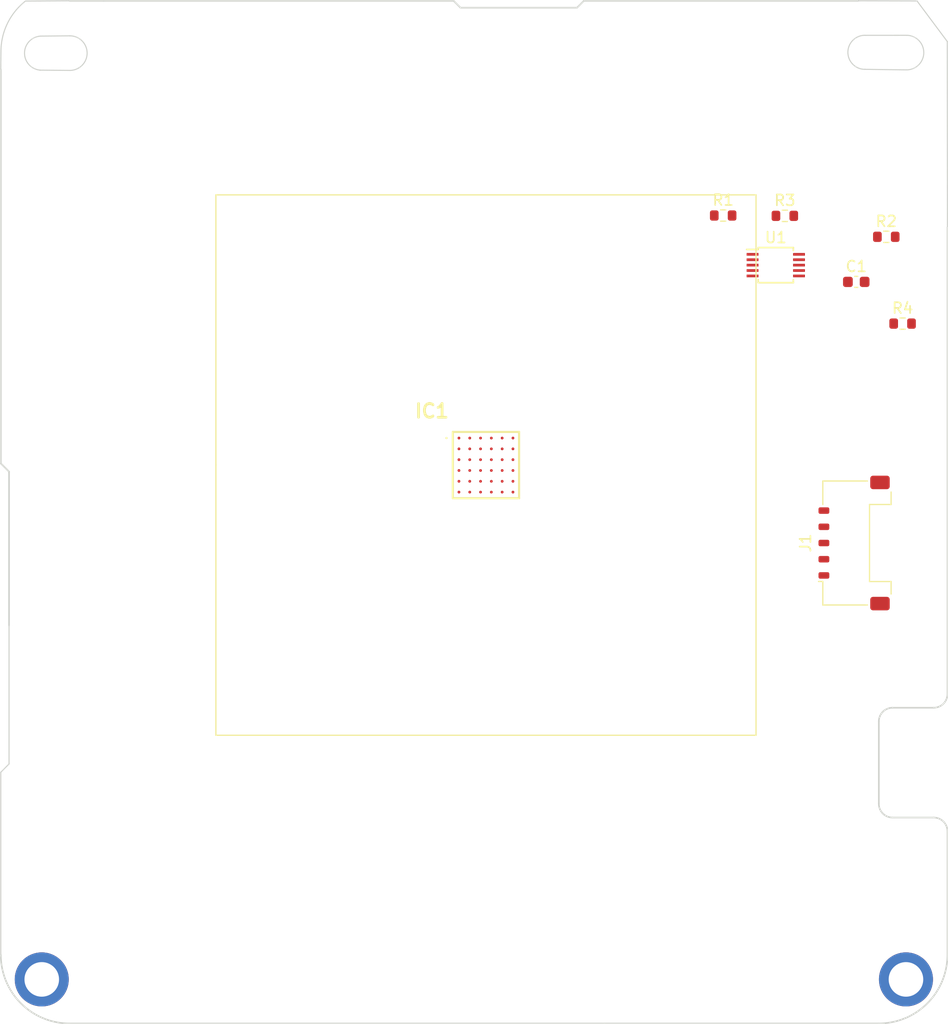
<source format=kicad_pcb>
(kicad_pcb (version 20211014) (generator pcbnew)
  (layers (0 "F.Cu" signal) (31 "B.Cu" signal) (34 "B.Paste" user) (35 "F.Paste" user) (36 "B.SilkS" user "B.Silkscreen") (37 "F.SilkS" user "F.Silkscreen") (38 "B.Mask" user) (39 "F.Mask" user) (44 "Edge.Cuts" user))
  (net 0 "")
  (net 1 "VDDA")
  (net 2 "GND")
  (net 3 "VCC")
  (net 4 "Net-(J1-Pad2)")
  (net 5 "Net-(J1-Pad3)")
  (net 6 "Net-(J1-Pad4)")
  (net 7 "Net-(R2-Pad1)")
  (net 8 "GNDA")
  (footprint "Resistor_SMD:R_0603_1608Metric" (layer "F.Cu") (at 101.59 68.36)
    (fp_text reference "R2" (at 0 -1.43) (layer "F.SilkS"))
    (fp_text value "10K")
    (fp_line (start -0.237258 -0.5225) (end 0.237258 -0.5225) (layer "F.SilkS") (width 0.12))
    (fp_line (start -0.237258 0.5225) (end 0.237258 0.5225) (layer "F.SilkS") (width 0.12))
    (pad "1" smd roundrect (at -0.825 0) (size 0.8 0.95) (layers "F.Cu" "F.Paste" "F.Mask") (net 7 "Net-(R2-Pad1)"))
    (pad "2" smd roundrect (at 0.825 0) (size 0.8 0.95) (layers "F.Cu" "F.Paste" "F.Mask") (net 2 "GND"))
  )
  (footprint "Resistor_SMD:R_0603_1608Metric" (layer "F.Cu") (at 92.2 66.42)
    (fp_text reference "R3" (at 0 -1.43) (layer "F.SilkS"))
    (fp_text value "10K")
    (fp_line (start -0.237258 0.5225) (end 0.237258 0.5225) (layer "F.SilkS") (width 0.12))
    (fp_line (start -0.237258 -0.5225) (end 0.237258 -0.5225) (layer "F.SilkS") (width 0.12))
    (pad "1" smd roundrect (at -0.825 0) (size 0.8 0.95) (layers "F.Cu" "F.Paste" "F.Mask") (net 3 "VCC"))
    (pad "2" smd roundrect (at 0.825 0) (size 0.8 0.95) (layers "F.Cu" "F.Paste" "F.Mask") (net 5 "Net-(J1-Pad3)"))
  )
  (footprint "" (layer "F.Cu") (at 103.41 137.065)
    (fp_text reference "" (at 0 0) (layer "F.SilkS") (effects (font (size 1.27 1.27))))
    (fp_text value "" (at 0 0) (layer "F.SilkS") (effects (font (size 1.27 1.27))))
    (pad "1" thru_hole circle locked (at 0 0) (size 5 5) (drill 3.2) (layers *.Cu *.Mask) (net 2 "GND"))
  )
  (footprint "Resistor_SMD:R_0603_1608Metric" (layer "F.Cu") (at 103.1 76.39)
    (fp_text reference "R4" (at 0 -1.43) (layer "F.SilkS"))
    (fp_text value "10K")
    (fp_line (start -0.237258 -0.5225) (end 0.237258 -0.5225) (layer "F.SilkS") (width 0.12))
    (fp_line (start -0.237258 0.5225) (end 0.237258 0.5225) (layer "F.SilkS") (width 0.12))
    (pad "1" smd roundrect (at -0.825 0) (size 0.8 0.95) (layers "F.Cu" "F.Paste" "F.Mask") (net 3 "VCC"))
    (pad "2" smd roundrect (at 0.825 0) (size 0.8 0.95) (layers "F.Cu" "F.Paste" "F.Mask") (net 6 "Net-(J1-Pad4)"))
  )
  (footprint "Connector_Molex:Molex_Pico-Lock_504050-0591_1x05-1MP_P1.50mm_Horizontal" (layer "F.Cu") (at 98.61 96.69 90)
    (fp_text reference "J1" (at 0 -4.5 90) (layer "F.SilkS"))
    (fp_text value "Conn_01x05_Female")
    (fp_line (start -5.735 -2.895) (end -3.56 -2.895) (layer "F.SilkS") (width 0.12))
    (fp_line (start -4.72 3.425) (end -3.565 3.425) (layer "F.SilkS") (width 0.12))
    (fp_line (start -5.735 1.235) (end -5.735 -2.895) (layer "F.SilkS") (width 0.12))
    (fp_line (start 3.565 1.425) (end 3.565 3.425) (layer "F.SilkS") (width 0.12))
    (fp_line (start -3.565 1.425) (end 3.565 1.425) (layer "F.SilkS") (width 0.12))
    (fp_line (start 5.735 -2.895) (end 3.56 -2.895) (layer "F.SilkS") (width 0.12))
    (fp_line (start 5.735 1.235) (end 5.735 -2.895) (layer "F.SilkS") (width 0.12))
    (fp_line (start -3.56 -2.895) (end -3.56 -3.295) (layer "F.SilkS") (width 0.12))
    (fp_line (start -3.565 3.425) (end -3.565 1.425) (layer "F.SilkS") (width 0.12))
    (fp_line (start 3.565 3.425) (end 4.72 3.425) (layer "F.SilkS") (width 0.12))
    (pad "1" smd roundrect (at -3 -2.795 90) (size 0.6 1) (layers "F.Cu" "F.Paste" "F.Mask") (net 3 "VCC"))
    (pad "2" smd roundrect (at -1.5 -2.795 90) (size 0.6 1) (layers "F.Cu" "F.Paste" "F.Mask") (net 4 "Net-(J1-Pad2)"))
    (pad "3" smd roundrect (at 0 -2.795 90) (size 0.6 1) (layers "F.Cu" "F.Paste" "F.Mask") (net 5 "Net-(J1-Pad3)"))
    (pad "4" smd roundrect (at 1.5 -2.795 90) (size 0.6 1) (layers "F.Cu" "F.Paste" "F.Mask") (net 6 "Net-(J1-Pad4)"))
    (pad "5" smd roundrect (at 3 -2.795 90) (size 0.6 1) (layers "F.Cu" "F.Paste" "F.Mask") (net 2 "GND"))
    (pad "MP" smd roundrect (at 5.605 2.395 90) (size 1.25 1.8) (layers "F.Cu" "F.Paste" "F.Mask") (roundrect_rratio 0.2))
    (pad "MP" smd roundrect (at -5.605 2.395 90) (size 1.25 1.8) (layers "F.Cu" "F.Paste" "F.Mask") (roundrect_rratio 0.2))
  )
  (footprint "" (layer "F.Cu") (at 23.41 137.065)
    (fp_text reference "" (at 0 0) (layer "F.SilkS") (effects (font (size 1.27 1.27))))
    (fp_text value "" (at 0 0) (layer "F.SilkS") (effects (font (size 1.27 1.27))))
    (pad "1" thru_hole circle locked (at 0 0) (size 5 5) (drill 3.2) (layers *.Cu *.Mask) (net 2 "GND"))
  )
  (footprint "Resistor_SMD:R_0603_1608Metric" (layer "F.Cu") (at 86.49 66.39)
    (fp_text reference "R1" (at 0 -1.43) (layer "F.SilkS"))
    (fp_text value "10K")
    (fp_line (start -0.237258 0.5225) (end 0.237258 0.5225) (layer "F.SilkS") (width 0.12))
    (fp_line (start -0.237258 -0.5225) (end 0.237258 -0.5225) (layer "F.SilkS") (width 0.12))
    (pad "1" smd roundrect (at -0.825 0) (size 0.8 0.95) (layers "F.Cu" "F.Paste" "F.Mask") (net 3 "VCC"))
    (pad "2" smd roundrect (at 0.825 0) (size 0.8 0.95) (layers "F.Cu" "F.Paste" "F.Mask") (net 4 "Net-(J1-Pad2)"))
  )
  (footprint "Capacitor_SMD:C_0603_1608Metric" (layer "F.Cu") (at 98.81 72.53)
    (fp_text reference "C1" (at 0 -1.43) (layer "F.SilkS"))
    (fp_text value "0.1")
    (fp_line (start -0.14058 0.51) (end 0.14058 0.51) (layer "F.SilkS") (width 0.12))
    (fp_line (start -0.14058 -0.51) (end 0.14058 -0.51) (layer "F.SilkS") (width 0.12))
    (pad "1" smd roundrect (at -0.775 0) (size 0.9 0.95) (layers "F.Cu" "F.Paste" "F.Mask") (net 1 "VDDA"))
    (pad "2" smd roundrect (at 0.775 0) (size 0.9 0.95) (layers "F.Cu" "F.Paste" "F.Mask") (net 2 "GND"))
  )
  (footprint "SiPM:MICROFJ60035TSVTR1" (layer "F.Cu") (at 64.53 89.48)
    (fp_text reference "IC1" (at -5 -5) (layer "F.SilkS") (effects (font (size 1.27 1.27) (thickness 0.254))))
    (fp_text value "MICROFJ-60035-TSV-TR1" hide)
    (fp_line (start 3.065 -3.065) (end 3.065 3.065) (layer "F.SilkS") (width 0.2))
    (fp_line (start -25 25) (end -25 0) (layer "F.SilkS") (width 0.12))
    (fp_line (start -3.7 -2.5) (end -3.7 -2.5) (layer "F.SilkS") (width 0.1))
    (fp_line (start 25 25) (end -25 25) (layer "F.SilkS") (width 0.12))
    (fp_line (start -3.065 3.065) (end -3.065 -3.065) (layer "F.SilkS") (width 0.2))
    (fp_line (start -3.065 -3.065) (end 3.065 -3.065) (layer "F.SilkS") (width 0.2))
    (fp_line (start -3.6 -2.5) (end -3.6 -2.5) (layer "F.SilkS") (width 0.1))
    (fp_line (start 25 -25) (end 25 25) (layer "F.SilkS") (width 0.12))
    (fp_line (start 3.065 3.065) (end -3.065 3.065) (layer "F.SilkS") (width 0.2))
    (fp_line (start -25 -25) (end 25 -25) (layer "F.SilkS") (width 0.12))
    (fp_line (start -25 0) (end -25 -25) (layer "F.SilkS") (width 0.12))
    (fp_arc (start -3.7 -2.5) (mid -3.65 -2.55) (end -3.6 -2.5) (layer "F.SilkS") (width 0.1))
    (fp_arc (start -3.6 -2.5) (mid -3.65 -2.45) (end -3.7 -2.5) (layer "F.SilkS") (width 0.1))
    (pad "A1" smd circle (at -2.5 -2.5 90) (size 0.26 0.26) (layers "F.Cu" "F.Paste" "F.Mask"))
    (pad "A2" smd circle (at -1.5 -2.5 90) (size 0.26 0.26) (layers "F.Cu" "F.Paste" "F.Mask"))
    (pad "A3" smd circle (at -0.5 -2.5 90) (size 0.26 0.26) (layers "F.Cu" "F.Paste" "F.Mask"))
    (pad "A4" smd circle (at 0.5 -2.5 90) (size 0.26 0.26) (layers "F.Cu" "F.Paste" "F.Mask"))
    (pad "A5" smd circle (at 1.5 -2.5 90) (size 0.26 0.26) (layers "F.Cu" "F.Paste" "F.Mask"))
    (pad "A6" smd circle (at 2.5 -2.5 90) (size 0.26 0.26) (layers "F.Cu" "F.Paste" "F.Mask"))
    (pad "B1" smd circle (at -2.5 -1.5 90) (size 0.26 0.26) (layers "F.Cu" "F.Paste" "F.Mask"))
    (pad "B2" smd circle (at -1.5 -1.5 90) (size 0.26 0.26) (layers "F.Cu" "F.Paste" "F.Mask"))
    (pad "B3" smd circle (at -0.5 -1.5 90) (size 0.26 0.26) (layers "F.Cu" "F.Paste" "F.Mask"))
    (pad "B4" smd circle (at 0.5 -1.5 90) (size 0.26 0.26) (layers "F.Cu" "F.Paste" "F.Mask"))
    (pad "B5" smd circle (at 1.5 -1.5 90) (size 0.26 0.26) (layers "F.Cu" "F.Paste" "F.Mask"))
    (pad "B6" smd circle (at 2.5 -1.5 90) (size 0.26 0.26) (layers "F.Cu" "F.Paste" "F.Mask"))
    (pad "C1" smd circle (at -2.5 -0.5 90) (size 0.26 0.26) (layers "F.Cu" "F.Paste" "F.Mask"))
    (pad "C2" smd circle (at -1.5 -0.5 90) (size 0.26 0.26) (layers "F.Cu" "F.Paste" "F.Mask"))
    (pad "C3" smd circle (at -0.5 -0.5 90) (size 0.26 0.26) (layers "F.Cu" "F.Paste" "F.Mask"))
    (pad "C4" smd circle (at 0.5 -0.5 90) (size 0.26 0.26) (layers "F.Cu" "F.Paste" "F.Mask"))
    (pad "C5" smd circle (at 1.5 -0.5 90) (size 0.26 0.26) (layers "F.Cu" "F.Paste" "F.Mask"))
    (pad "C6" smd circle (at 2.5 -0.5 90) (size 0.26 0.26) (layers "F.Cu" "F.Paste" "F.Mask"))
    (pad "D1" smd circle (at -2.5 0.5 90) (size 0.26 0.26) (layers "F.Cu" "F.Paste" "F.Mask"))
    (pad "D2" smd circle (at -1.5 0.5 90) (size 0.26 0.26) (layers "F.Cu" "F.Paste" "F.Mask"))
    (pad "D3" smd circle (at -0.5 0.5 90) (size 0.26 0.26) (layers "F.Cu" "F.Paste" "F.Mask"))
    (pad "D4" smd circle (at 0.5 0.5 90) (size 0.26 0.26) (layers "F.Cu" "F.Paste" "F.Mask"))
    (pad "D5" smd circle (at 1.5 0.5 90) (size 0.26 0.26) (layers "F.Cu" "F.Paste" "F.Mask"))
    (pad "D6" smd circle (at 2.5 0.5 90) (size 0.26 0.26) (layers "F.Cu" "F.Paste" "F.Mask"))
    (pad "E1" smd circle (at -2.5 1.5 90) (size 0.26 0.26) (layers "F.Cu" "F.Paste" "F.Mask"))
    (pad "E2" smd circle (at -1.5 1.5 90) (size 0.26 0.26) (layers "F.Cu" "F.Paste" "F.Mask"))
    (pad "E3" smd circle (at -0.5 1.5 90) (size 0.26 0.26) (layers "F.Cu" "F.Paste" "F.Mask"))
    (pad "E4" smd circle (at 0.5 1.5 90) (size 0.26 0.26) (layers "F.Cu" "F.Paste" "F.Mask"))
    (pad "E5" smd circle (at 1.5 1.5 90) (size 0.26 0.26) (layers "F.Cu" "F.Paste" "F.Mask"))
    (pad "E6" smd circle (at 2.5 1.5 90) (size 0.26 0.26) (layers "F.Cu" "F.Paste" "F.Mask"))
    (pad "F1" smd circle (at -2.5 2.5 90) (size 0.26 0.26) (layers "F.Cu" "F.Paste" "F.Mask"))
    (pad "F2" smd circle (at -1.5 2.5 90) (size 0.26 0.26) (layers "F.Cu" "F.Paste" "F.Mask"))
    (pad "F3" smd circle (at -0.5 2.5 90) (size 0.26 0.26) (layers "F.Cu" "F.Paste" "F.Mask"))
    (pad "F4" smd circle (at 0.5 2.5 90) (size 0.26 0.26) (layers "F.Cu" "F.Paste" "F.Mask"))
    (pad "F5" smd circle (at 1.5 2.5 90) (size 0.26 0.26) (layers "F.Cu" "F.Paste" "F.Mask"))
    (pad "F6" smd circle (at 2.5 2.5 90) (size 0.26 0.26) (layers "F.Cu" "F.Paste" "F.Mask"))
  )
  (footprint "Package_SO:TSSOP-10_3x3mm_P0.5mm" (layer "F.Cu") (at 91.36 70.98)
    (fp_text reference "U1" (at 0 -2.55) (layer "F.SilkS"))
    (fp_text value "ADS1115IDGS")
    (fp_line (start -1.625 -1.625) (end -1.625 -1.45) (layer "F.SilkS") (width 0.15))
    (fp_line (start -1.625 -1.45) (end -2.7 -1.45) (layer "F.SilkS") (width 0.15))
    (fp_line (start 1.625 -1.625) (end 1.625 -1.35) (layer "F.SilkS") (width 0.15))
    (fp_line (start -1.625 1.625) (end -1.625 1.35) (layer "F.SilkS") (width 0.15))
    (fp_line (start -1.625 1.625) (end 1.625 1.625) (layer "F.SilkS") (width 0.15))
    (fp_line (start -1.625 -1.625) (end 1.625 -1.625) (layer "F.SilkS") (width 0.15))
    (fp_line (start 1.625 1.625) (end 1.625 1.35) (layer "F.SilkS") (width 0.15))
    (pad "1" smd rect (at -2.15 -1) (size 1.1 0.25) (layers "F.Cu" "F.Paste" "F.Mask") (net 7 "Net-(R2-Pad1)"))
    (pad "2" smd rect (at -2.15 -0.5) (size 1.1 0.25) (layers "F.Cu" "F.Paste" "F.Mask") (net 4 "Net-(J1-Pad2)"))
    (pad "3" smd rect (at -2.15 0) (size 1.1 0.25) (layers "F.Cu" "F.Paste" "F.Mask") (net 8 "GNDA"))
    (pad "4" smd rect (at -2.15 0.5) (size 1.1 0.25) (layers "F.Cu" "F.Paste" "F.Mask"))
    (pad "5" smd rect (at -2.15 1) (size 1.1 0.25) (layers "F.Cu" "F.Paste" "F.Mask"))
    (pad "6" smd rect (at 2.15 1) (size 1.1 0.25) (layers "F.Cu" "F.Paste" "F.Mask"))
    (pad "7" smd rect (at 2.15 0.5) (size 1.1 0.25) (layers "F.Cu" "F.Paste" "F.Mask"))
    (pad "8" smd rect (at 2.15 0) (size 1.1 0.25) (layers "F.Cu" "F.Paste" "F.Mask") (net 1 "VDDA"))
    (pad "9" smd rect (at 2.15 -0.5) (size 1.1 0.25) (layers "F.Cu" "F.Paste" "F.Mask") (net 6 "Net-(J1-Pad4)"))
    (pad "10" smd rect (at 2.15 -1) (size 1.1 0.25) (layers "F.Cu" "F.Paste" "F.Mask") (net 5 "Net-(J1-Pad3)"))
  )
  (gr_arc locked (start 107.25 110.66) (mid 106.878026 111.558026) (end 105.98 111.93) (layer "Edge.Cuts") (width 0.15))
  (gr_line locked (start 25.97 141.14) (end 75.5 141.14) (layer "Edge.Cuts") (width 0.15))
  (gr_line locked (start 100.9 120.82) (end 100.9 113.2) (layer "Edge.Cuts") (width 0.15))
  (gr_line locked (start 107.25 134.79) (end 107.25 123.36) (layer "Edge.Cuts") (width 0.15))
  (gr_line locked (start 72.96 47.16) (end 62.165 47.16) (layer "Edge.Cuts") (width 0.15))
  (gr_line locked (start 23.259802 52.939991) (end 26.01 52.965) (layer "Edge.Cuts") (width 0.1))
  (gr_line locked (start 100.9 141.14) (end 75.5 141.14) (layer "Edge.Cuts") (width 0.15))
  (gr_line locked (start 72.96 47.16) (end 73.595 46.525) (layer "Edge.Cuts") (width 0.15))
  (gr_line locked (start 102.17 111.93) (end 105.98 111.93) (layer "Edge.Cuts") (width 0.15))
  (gr_line locked (start 104.435 46.54) (end 107.235 50.29) (layer "Edge.Cuts") (width 0.1))
  (gr_line locked (start 61.53 46.525) (end 29.145 46.525) (layer "Edge.Cuts") (width 0.15))
  (gr_line locked (start 21.898436 46.550523) (end 25.97 46.525) (layer "Edge.Cuts") (width 0.1))
  (gr_line locked (start 107.25 67.48) (end 107.235 50.29) (layer "Edge.Cuts") (width 0.1))
  (gr_arc locked (start 19.633471 51.197101) (mid 20.235 48.615) (end 21.898436 46.550523) (layer "Edge.Cuts") (width 0.1))
  (gr_line locked (start 98.995 46.525) (end 104.435 46.54) (layer "Edge.Cuts") (width 0.1))
  (gr_arc locked (start 25.97 141.14) (mid 21.479872 139.280128) (end 19.62 134.79) (layer "Edge.Cuts") (width 0.15))
  (gr_arc locked (start 26.01 49.765) (mid 27.61 51.365) (end 26.01 52.965) (layer "Edge.Cuts") (width 0.1))
  (gr_arc locked (start 107.25 134.79) (mid 105.390128 139.280128) (end 100.9 141.14) (layer "Edge.Cuts") (width 0.15))
  (gr_arc locked (start 99.61 52.865) (mid 98.035198 51.265009) (end 99.659975 49.715793) (layer "Edge.Cuts") (width 0.1))
  (gr_line locked (start 19.633471 51.197101) (end 19.62 52.875) (layer "Edge.Cuts") (width 0.1))
  (gr_line locked (start 20.382 104.31) (end 20.382 90.086) (layer "Edge.Cuts") (width 0.15))
  (gr_line locked (start 23.309777 49.790784) (end 26.01 49.765) (layer "Edge.Cuts") (width 0.1))
  (gr_line locked (start 103.46 49.715) (end 99.659975 49.715793) (layer "Edge.Cuts") (width 0.1))
  (gr_line locked (start 19.62 52.875) (end 19.62 89.324) (layer "Edge.Cuts") (width 0.15))
  (gr_line locked (start 99.61 52.865) (end 103.46 52.915) (layer "Edge.Cuts") (width 0.1))
  (gr_line locked (start 107.25 110.66) (end 107.25 67.48) (layer "Edge.Cuts") (width 0.15))
  (gr_line locked (start 20.382 104.31) (end 20.382 117.13) (layer "Edge.Cuts") (width 0.1))
  (gr_line locked (start 25.97 46.525) (end 29.145 46.525) (layer "Edge.Cuts") (width 0.15))
  (gr_line locked (start 73.595 46.525) (end 98.995 46.525) (layer "Edge.Cuts") (width 0.15))
  (gr_arc locked (start 100.9 113.2) (mid 101.271974 112.301974) (end 102.17 111.93) (layer "Edge.Cuts") (width 0.15))
  (gr_line locked (start 62.165 47.16) (end 61.53 46.525) (layer "Edge.Cuts") (width 0.15))
  (gr_arc locked (start 23.259802 52.939991) (mid 21.815617 51.342073) (end 23.309777 49.790784) (layer "Edge.Cuts") (width 0.1))
  (gr_line locked (start 19.62 134.79) (end 19.62 117.9) (layer "Edge.Cuts") (width 0.1))
  (gr_arc locked (start 105.98 122.09) (mid 106.878026 122.461974) (end 107.25 123.36) (layer "Edge.Cuts") (width 0.15))
  (gr_arc locked (start 103.46 49.715) (mid 105.06 51.315) (end 103.46 52.915) (layer "Edge.Cuts") (width 0.1))
  (gr_line locked (start 105.98 122.09) (end 102.17 122.09) (layer "Edge.Cuts") (width 0.15))
  (gr_line locked (start 19.62 89.324) (end 20.382 90.086) (layer "Edge.Cuts") (width 0.15))
  (gr_line locked (start 20.382 117.13) (end 19.62 117.9) (layer "Edge.Cuts") (width 0.1))
  (gr_arc locked (start 102.17 122.09) (mid 101.271974 121.718026) (end 100.9 120.82) (layer "Edge.Cuts") (width 0.15))
)
</source>
